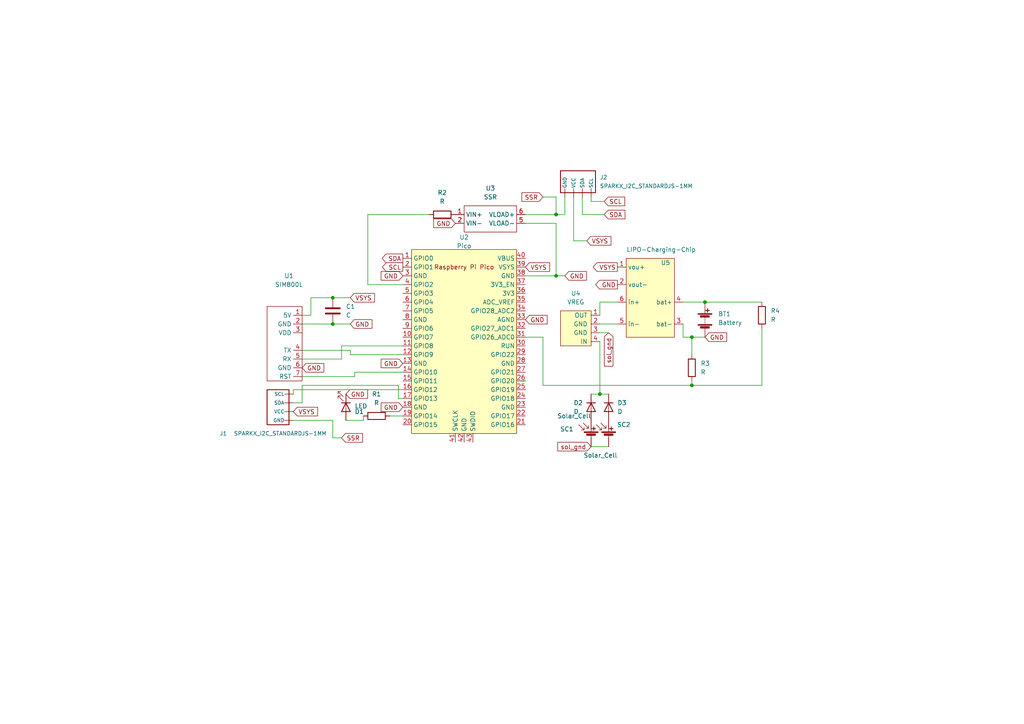
<source format=kicad_sch>
(kicad_sch (version 20211123) (generator eeschema)
  (paper "A4")
  (lib_symbols
    (symbol "Device:Battery" (pin_numbers hide) (pin_names (offset 0) hide)
      (property "Reference" "BT" (at 2.54 2.54 0))
      (property "Value" "Battery" (at 2.54 0 0))
      (symbol "Battery_0_1"
        (rectangle (start -2.032 -1.397) (end 2.032 -1.651) (fill (type outline)))
        (rectangle (start -2.032 1.778) (end 2.032 1.524) (fill (type outline)))
        (rectangle (start -1.3208 -1.9812) (end 1.27 -2.4892) (fill (type outline)))
        (rectangle (start -1.3208 1.1938) (end 1.27 0.6858) (fill (type outline)))
        (polyline (pts (xy 0 -1.524) (xy 0 -1.27)))
        (polyline (pts (xy 0 -1.016) (xy 0 -0.762)))
        (polyline (pts (xy 0 -0.508) (xy 0 -0.254)))
        (polyline (pts (xy 0 0) (xy 0 0.254)))
        (polyline (pts (xy 0 0.508) (xy 0 0.762)))
        (polyline (pts (xy 0 1.778) (xy 0 2.54)))
        (polyline (pts (xy 0.254 2.667) (xy 1.27 2.667)) (stroke (width 0.254)))
        (polyline (pts (xy 0.762 3.175) (xy 0.762 2.159)) (stroke (width 0.254)))
      )
      (symbol "Battery_1_1"
        (pin passive line (at 0 5.08 270) (length 2.54) (name "+") (number "1"))
        (pin passive line (at 0 -5.08 90) (length 2.54) (name "-") (number "2"))
      )
    )
    (symbol "Device:C" (pin_numbers hide) (pin_names (offset 0.254))
      (property "Reference" "C" (at 0.635 2.54 0))
      (property "Value" "C" (at 0.635 -2.54 0))
      (symbol "C_0_1"
        (polyline (pts (xy -2.032 -0.762) (xy 2.032 -0.762)) (stroke (width 0.508)))
        (polyline (pts (xy -2.032 0.762) (xy 2.032 0.762)) (stroke (width 0.508)))
      )
      (symbol "C_1_1"
        (pin passive line (at 0 3.81 270) (length 2.794) (name "~") (number "1"))
        (pin passive line (at 0 -3.81 90) (length 2.794) (name "~") (number "2"))
      )
    )
    (symbol "Device:D" (pin_numbers hide) (pin_names (offset 1.016) hide)
      (property "Reference" "D" (at 0 2.54 0))
      (property "Value" "D" (at 0 -2.54 0))
      (symbol "D_0_1"
        (polyline (pts (xy -1.27 1.27) (xy -1.27 -1.27)) (stroke (width 0.254)))
        (polyline (pts (xy 1.27 0) (xy -1.27 0)))
        (polyline (pts (xy 1.27 1.27) (xy 1.27 -1.27) (xy -1.27 0) (xy 1.27 1.27)) (stroke (width 0.254)))
      )
      (symbol "D_1_1"
        (pin passive line (at -3.81 0 0) (length 2.54) (name "K") (number "1"))
        (pin passive line (at 3.81 0 180) (length 2.54) (name "A") (number "2"))
      )
    )
    (symbol "Device:LED" (pin_numbers hide) (pin_names (offset 1.016) hide)
      (property "Reference" "D" (at 0 2.54 0))
      (property "Value" "LED" (at 0 -2.54 0))
      (symbol "LED_0_1"
        (polyline (pts (xy -1.27 -1.27) (xy -1.27 1.27)) (stroke (width 0.254)))
        (polyline (pts (xy -1.27 0) (xy 1.27 0)))
        (polyline (pts (xy 1.27 -1.27) (xy 1.27 1.27) (xy -1.27 0) (xy 1.27 -1.27)) (stroke (width 0.254)))
        (polyline (pts (xy -3.048 -0.762) (xy -4.572 -2.286) (xy -3.81 -2.286) (xy -4.572 -2.286) (xy -4.572 -1.524)))
        (polyline (pts (xy -1.778 -0.762) (xy -3.302 -2.286) (xy -2.54 -2.286) (xy -3.302 -2.286) (xy -3.302 -1.524)))
      )
      (symbol "LED_1_1"
        (pin passive line (at -3.81 0 0) (length 2.54) (name "K") (number "1"))
        (pin passive line (at 3.81 0 180) (length 2.54) (name "A") (number "2"))
      )
    )
    (symbol "Device:R" (pin_numbers hide) (pin_names (offset 0))
      (property "Reference" "R" (at 2.032 0 90))
      (property "Value" "R" (at 0 0 90))
      (symbol "R_0_1"
        (rectangle (start -1.016 -2.54) (end 1.016 2.54) (stroke (width 0.254)))
      )
      (symbol "R_1_1"
        (pin passive line (at 0 3.81 270) (length 1.27) (name "~") (number "1"))
        (pin passive line (at 0 -3.81 90) (length 1.27) (name "~") (number "2"))
      )
    )
    (symbol "Device:SSR"
      (property "Reference" "U" (at 0 5.08 0))
      (property "Value" "SSR" (at 0 2.54 0))
      (symbol "SSR_0_1"
        (rectangle (start -3.81 0) (end 11.43 -7.62))
        (rectangle (start 1.27 0) (end 1.27 0) (fill (type background)))
        (rectangle (start 2.54 0) (end 2.54 0))
      )
      (symbol "SSR_1_1"
        (pin input line (at -6.35 -2.54 0) (length 2.54) (name "VIN+") (number "1"))
        (pin input line (at -6.35 -5.08 0) (length 2.54) (name "VIN-") (number "2"))
        (pin input line (at 13.97 -5.08 180) (length 2.54) (name "VLOAD-") (number "5"))
        (pin input line (at 13.97 -2.54 180) (length 2.54) (name "VLOAD+") (number "6"))
      )
    )
    (symbol "Device:Solar_Cell" (pin_numbers hide) (pin_names (offset 0) hide)
      (property "Reference" "SC" (at 2.54 2.54 0))
      (property "Value" "Solar_Cell" (at 2.54 0 0))
      (symbol "Solar_Cell_0_1"
        (rectangle (start -2.032 1.778) (end 2.032 1.524) (fill (type outline)))
        (rectangle (start -1.3208 1.1938) (end 1.27 0.6858) (fill (type outline)))
        (polyline (pts (xy -2.032 2.286) (xy -3.556 3.81)))
        (polyline (pts (xy -0.762 2.794) (xy -2.286 4.318)))
        (polyline (pts (xy 0 0.762) (xy 0 0)))
        (polyline (pts (xy 0 1.778) (xy 0 2.54)))
        (polyline (pts (xy 0.254 2.667) (xy 1.27 2.667)) (stroke (width 0.254)))
        (polyline (pts (xy 0.762 3.175) (xy 0.762 2.159)) (stroke (width 0.254)))
        (polyline (pts (xy -2.032 3.048) (xy -2.032 2.286) (xy -2.794 2.286)))
        (polyline (pts (xy -0.762 3.556) (xy -0.762 2.794) (xy -1.524 2.794)))
      )
      (symbol "Solar_Cell_1_1"
        (pin passive line (at 0 5.08 270) (length 2.54) (name "+") (number "1"))
        (pin passive line (at 0 -2.54 90) (length 2.54) (name "-") (number "GND"))
      )
    )
    (symbol "FATCAP:CHRG1"
      (property "Reference" "U" (at 0 3.81 0))
      (property "Value" "CHRG1" (at 0 6.35 0))
      (symbol "CHRG1_0_1"
        (rectangle (start 0 0) (end 22.86 -13.97) (fill (type background)))
      )
      (symbol "CHRG1_1_1"
        (pin input line (at 20.32 2.54 270) (length 2.54) (name "vou+") (number "1"))
        (pin input line (at 15.24 2.54 270) (length 2.54) (name "vout-") (number "2"))
        (pin input line (at 3.81 -16.51 90) (length 2.54) (name "bat-") (number "3"))
        (pin input line (at 10.16 -16.51 90) (length 2.54) (name "bat+") (number "4"))
        (pin input line (at 3.81 2.54 270) (length 2.54) (name "in-") (number "5"))
        (pin input line (at 10.16 2.54 270) (length 2.54) (name "in+") (number "6"))
      )
    )
    (symbol "FATCAP:SIM800L"
      (property "Reference" "U" (at 0 0 0))
      (property "Value" "SIM800L" (at 0 2.54 0))
      (symbol "SIM800L_0_1"
        (rectangle (start -10.16 -1.27) (end 11.43 -11.43))
      )
      (symbol "SIM800L_1_1"
        (pin input line (at 8.89 -11.43 90) (length 2.54) (name "5V") (number "1"))
        (pin input line (at 6.35 -11.43 90) (length 2.54) (name "GND") (number "2"))
        (pin input line (at 3.81 -11.43 90) (length 2.54) (name "VDD") (number "3"))
        (pin input line (at -1.27 -11.43 90) (length 2.54) (name "TX") (number "4"))
        (pin input line (at -3.81 -11.43 90) (length 2.54) (name "RX") (number "5"))
        (pin input line (at -6.35 -11.43 90) (length 2.54) (name "GND") (number "6"))
        (pin input line (at -8.89 -11.43 90) (length 2.54) (name "RST") (number "7"))
      )
    )
    (symbol "FATCAP:VREG" (pin_names (offset 1.016))
      (property "Reference" "U" (at 0 7.62 0))
      (property "Value" "VREG" (at 0 5.08 0))
      (symbol "VREG_0_1"
        (rectangle (start -5.08 -3.81) (end 5.08 -12.7) (fill (type background)))
      )
      (symbol "VREG_1_1"
        (pin input line (at -3.81 -1.27 270) (length 2.54) (name "OUT") (number "1"))
        (pin input line (at -1.27 -1.27 270) (length 2.54) (name "GND") (number "2"))
        (pin input line (at 1.27 -1.27 270) (length 2.54) (name "GND") (number "3"))
        (pin input line (at 3.81 -1.27 270) (length 2.54) (name "IN") (number "4"))
      )
    )
    (symbol "MCU_RaspberryPi_and_Boards:Pico"
      (property "Reference" "U" (at -13.97 27.94 0))
      (property "Value" "Pico" (at 0 19.05 0))
      (symbol "Pico_0_0"
        (text "Raspberry Pi Pico" (at 0 21.59 0) (effects (font (size 1.27 1.27))))
      )
      (symbol "Pico_0_1"
        (rectangle (start -15.24 26.67) (end 15.24 -26.67) (fill (type background)))
      )
      (symbol "Pico_1_1"
        (pin bidirectional line (at -17.78 24.13 0) (length 2.54) (name "GPIO0") (number "1"))
        (pin bidirectional line (at -17.78 1.27 0) (length 2.54) (name "GPIO7") (number "10"))
        (pin bidirectional line (at -17.78 -1.27 0) (length 2.54) (name "GPIO8") (number "11"))
        (pin bidirectional line (at -17.78 -3.81 0) (length 2.54) (name "GPIO9") (number "12"))
        (pin power_in line (at -17.78 -6.35 0) (length 2.54) (name "GND") (number "13"))
        (pin bidirectional line (at -17.78 -8.89 0) (length 2.54) (name "GPIO10") (number "14"))
        (pin bidirectional line (at -17.78 -11.43 0) (length 2.54) (name "GPIO11") (number "15"))
        (pin bidirectional line (at -17.78 -13.97 0) (length 2.54) (name "GPIO12") (number "16"))
        (pin bidirectional line (at -17.78 -16.51 0) (length 2.54) (name "GPIO13") (number "17"))
        (pin power_in line (at -17.78 -19.05 0) (length 2.54) (name "GND") (number "18"))
        (pin bidirectional line (at -17.78 -21.59 0) (length 2.54) (name "GPIO14") (number "19"))
        (pin bidirectional line (at -17.78 21.59 0) (length 2.54) (name "GPIO1") (number "2"))
        (pin bidirectional line (at -17.78 -24.13 0) (length 2.54) (name "GPIO15") (number "20"))
        (pin bidirectional line (at 17.78 -24.13 180) (length 2.54) (name "GPIO16") (number "21"))
        (pin bidirectional line (at 17.78 -21.59 180) (length 2.54) (name "GPIO17") (number "22"))
        (pin power_in line (at 17.78 -19.05 180) (length 2.54) (name "GND") (number "23"))
        (pin bidirectional line (at 17.78 -16.51 180) (length 2.54) (name "GPIO18") (number "24"))
        (pin bidirectional line (at 17.78 -13.97 180) (length 2.54) (name "GPIO19") (number "25"))
        (pin bidirectional line (at 17.78 -11.43 180) (length 2.54) (name "GPIO20") (number "26"))
        (pin bidirectional line (at 17.78 -8.89 180) (length 2.54) (name "GPIO21") (number "27"))
        (pin power_in line (at 17.78 -6.35 180) (length 2.54) (name "GND") (number "28"))
        (pin bidirectional line (at 17.78 -3.81 180) (length 2.54) (name "GPIO22") (number "29"))
        (pin power_in line (at -17.78 19.05 0) (length 2.54) (name "GND") (number "3"))
        (pin input line (at 17.78 -1.27 180) (length 2.54) (name "RUN") (number "30"))
        (pin bidirectional line (at 17.78 1.27 180) (length 2.54) (name "GPIO26_ADC0") (number "31"))
        (pin bidirectional line (at 17.78 3.81 180) (length 2.54) (name "GPIO27_ADC1") (number "32"))
        (pin power_in line (at 17.78 6.35 180) (length 2.54) (name "AGND") (number "33"))
        (pin bidirectional line (at 17.78 8.89 180) (length 2.54) (name "GPIO28_ADC2") (number "34"))
        (pin power_in line (at 17.78 11.43 180) (length 2.54) (name "ADC_VREF") (number "35"))
        (pin power_in line (at 17.78 13.97 180) (length 2.54) (name "3V3") (number "36"))
        (pin input line (at 17.78 16.51 180) (length 2.54) (name "3V3_EN") (number "37"))
        (pin bidirectional line (at 17.78 19.05 180) (length 2.54) (name "GND") (number "38"))
        (pin power_in line (at 17.78 21.59 180) (length 2.54) (name "VSYS") (number "39"))
        (pin bidirectional line (at -17.78 16.51 0) (length 2.54) (name "GPIO2") (number "4"))
        (pin power_in line (at 17.78 24.13 180) (length 2.54) (name "VBUS") (number "40"))
        (pin input line (at -2.54 -29.21 90) (length 2.54) (name "SWCLK") (number "41"))
        (pin power_in line (at 0 -29.21 90) (length 2.54) (name "GND") (number "42"))
        (pin bidirectional line (at 2.54 -29.21 90) (length 2.54) (name "SWDIO") (number "43"))
        (pin bidirectional line (at -17.78 13.97 0) (length 2.54) (name "GPIO3") (number "5"))
        (pin bidirectional line (at -17.78 11.43 0) (length 2.54) (name "GPIO4") (number "6"))
        (pin bidirectional line (at -17.78 8.89 0) (length 2.54) (name "GPIO5") (number "7"))
        (pin power_in line (at -17.78 6.35 0) (length 2.54) (name "GND") (number "8"))
        (pin bidirectional line (at -17.78 3.81 0) (length 2.54) (name "GPIO6") (number "9"))
      )
    )
    (symbol "SparkFun_SchematicComponents:SPARKX_I2C_STANDARDJS-1MM" (pin_numbers hide) (pin_names (offset 0.0254))
      (property "Reference" "J" (at -2.54 5.08 0))
      (property "Value" "SPARKX_I2C_STANDARDJS-1MM" (at -13.97 -6.985 0))
      (symbol "SPARKX_I2C_STANDARDJS-1MM_0_1"
        (rectangle (start -2.54 5.08) (end 3.81 -5.08) (stroke (width 0.254)))
      )
      (symbol "SPARKX_I2C_STANDARDJS-1MM_1_1"
        (pin power_in line (at 5.08 -3.81 180) (length 2.54) (name "GND") (number "1"))
        (pin power_in line (at 5.08 -1.27 180) (length 2.54) (name "VCC") (number "2"))
        (pin passive line (at 5.08 1.27 180) (length 2.54) (name "SDA") (number "3"))
        (pin passive line (at 5.08 3.81 180) (length 2.54) (name "SCL") (number "4"))
      )
    )
  )
  (junction (at 200.66 97.79))
  (junction (at 200.66 111.76))
  (junction (at 96.52 86.36))
  (junction (at 161.29 80.01))
  (junction (at 161.29 62.23))
  (junction (at 204.47 87.63))
  (junction (at 96.52 93.98))
  (junction (at 173.99 114.3))
  (wire (pts (xy 113.03 120.65) (xy 116.84 120.65)))
  (wire (pts (xy 96.52 121.92) (xy 96.52 127)))
  (wire (pts (xy 87.63 101.6) (xy 101.6 101.6)))
  (wire (pts (xy 87.63 93.98) (xy 96.52 93.98)))
  (wire (pts (xy 173.99 114.3) (xy 176.53 114.3)))
  (wire (pts (xy 173.99 99.06) (xy 173.99 114.3)))
  (wire (pts (xy 106.68 62.23) (xy 124.46 62.23)))
  (wire (pts (xy 163.83 62.23) (xy 161.29 62.23)))
  (wire (pts (xy 198.12 87.63) (xy 204.47 87.63)))
  (wire (pts (xy 166.37 57.15) (xy 166.37 69.85)))
  (wire (pts (xy 152.4 80.01) (xy 161.29 80.01)))
  (wire (pts (xy 102.87 109.22) (xy 102.87 107.95)))
  (wire (pts (xy 157.48 97.79) (xy 152.4 97.79)))
  (wire (pts (xy 171.45 114.3) (xy 173.99 114.3)))
  (wire (pts (xy 161.29 62.23) (xy 152.4 62.23)))
  (wire (pts (xy 102.87 107.95) (xy 116.84 107.95)))
  (wire (pts (xy 87.63 116.84) (xy 85.09 116.84)))
  (wire (pts (xy 87.63 109.22) (xy 102.87 109.22)))
  (wire (pts (xy 175.26 58.42) (xy 171.45 58.42)))
  (wire (pts (xy 116.84 115.57) (xy 115.57 115.57)))
  (wire (pts (xy 106.68 62.23) (xy 106.68 82.55)))
  (wire (pts (xy 116.84 100.33) (xy 99.06 100.33)))
  (wire (pts (xy 200.66 97.79) (xy 200.66 102.87)))
  (wire (pts (xy 90.17 86.36) (xy 96.52 86.36)))
  (wire (pts (xy 220.98 111.76) (xy 200.66 111.76)))
  (wire (pts (xy 115.57 111.76) (xy 87.63 111.76)))
  (wire (pts (xy 96.52 127) (xy 99.06 127)))
  (wire (pts (xy 163.83 57.15) (xy 163.83 62.23)))
  (wire (pts (xy 157.48 57.15) (xy 161.29 57.15)))
  (wire (pts (xy 157.48 111.76) (xy 200.66 111.76)))
  (wire (pts (xy 161.29 64.77) (xy 161.29 80.01)))
  (wire (pts (xy 168.91 57.15) (xy 168.91 62.23)))
  (wire (pts (xy 173.99 96.52) (xy 176.53 96.52)))
  (wire (pts (xy 105.41 120.65) (xy 105.41 121.92)))
  (wire (pts (xy 200.66 97.79) (xy 198.12 97.79)))
  (wire (pts (xy 116.84 113.03) (xy 85.09 113.03)))
  (wire (pts (xy 101.6 102.87) (xy 116.84 102.87)))
  (wire (pts (xy 176.53 129.54) (xy 171.45 129.54)))
  (wire (pts (xy 99.06 104.14) (xy 87.63 104.14)))
  (wire (pts (xy 85.09 113.03) (xy 85.09 114.3)))
  (wire (pts (xy 101.6 101.6) (xy 101.6 102.87)))
  (wire (pts (xy 87.63 111.76) (xy 87.63 116.84)))
  (wire (pts (xy 152.4 64.77) (xy 161.29 64.77)))
  (wire (pts (xy 90.17 91.44) (xy 90.17 86.36)))
  (wire (pts (xy 200.66 97.79) (xy 204.47 97.79)))
  (wire (pts (xy 157.48 111.76) (xy 157.48 97.79)))
  (wire (pts (xy 200.66 111.76) (xy 200.66 110.49)))
  (wire (pts (xy 85.09 121.92) (xy 96.52 121.92)))
  (wire (pts (xy 173.99 87.63) (xy 179.07 87.63)))
  (wire (pts (xy 173.99 93.98) (xy 179.07 93.98)))
  (wire (pts (xy 96.52 86.36) (xy 101.6 86.36)))
  (wire (pts (xy 106.68 82.55) (xy 116.84 82.55)))
  (wire (pts (xy 173.99 91.44) (xy 173.99 87.63)))
  (wire (pts (xy 198.12 93.98) (xy 198.12 97.79)))
  (wire (pts (xy 105.41 121.92) (xy 100.33 121.92)))
  (wire (pts (xy 171.45 58.42) (xy 171.45 57.15)))
  (wire (pts (xy 161.29 80.01) (xy 163.83 80.01)))
  (wire (pts (xy 151.13 110.49) (xy 152.4 110.49)))
  (wire (pts (xy 204.47 87.63) (xy 220.98 87.63)))
  (wire (pts (xy 175.26 62.23) (xy 168.91 62.23)))
  (wire (pts (xy 115.57 115.57) (xy 115.57 111.76)))
  (wire (pts (xy 220.98 95.25) (xy 220.98 111.76)))
  (wire (pts (xy 166.37 69.85) (xy 170.18 69.85)))
  (wire (pts (xy 161.29 57.15) (xy 161.29 62.23)))
  (wire (pts (xy 96.52 93.98) (xy 101.6 93.98)))
  (wire (pts (xy 87.63 91.44) (xy 90.17 91.44)))
  (wire (pts (xy 99.06 100.33) (xy 99.06 104.14)))
  (global_label "GND" (shape input) (at 204.47 97.79 0) (property "Intersheet References" "${INTERSHEET_REFS}" (effects hide)))
  (global_label "GND" (shape input) (at 132.08 64.77 180) (property "Intersheet References" "${INTERSHEET_REFS}" (effects hide)))
  (global_label "sol_gnd" (shape input) (at 176.53 96.52 270) (property "Intersheet References" "${INTERSHEET_REFS}" (effects hide)))
  (global_label "GND" (shape input) (at 116.84 105.41 180) (property "Intersheet References" "${INTERSHEET_REFS}" (effects hide)))
  (global_label "VSYS" (shape input) (at 170.18 69.85 0) (property "Intersheet References" "${INTERSHEET_REFS}" (effects hide)))
  (global_label "GND" (shape input) (at 101.6 93.98 0) (property "Intersheet References" "${INTERSHEET_REFS}" (effects hide)))
  (global_label "SSR" (shape input) (at 99.06 127 0) (property "Intersheet References" "${INTERSHEET_REFS}" (effects hide)))
  (global_label "GND" (shape input) (at 87.63 106.68 0) (property "Intersheet References" "${INTERSHEET_REFS}" (effects hide)))
  (global_label "SDA" (shape output) (at 116.84 74.93 180) (property "Intersheet References" "${INTERSHEET_REFS}" (effects hide)))
  (global_label "GND" (shape input) (at 116.84 118.11 180) (property "Intersheet References" "${INTERSHEET_REFS}" (effects hide)))
  (global_label "VSYS" (shape output) (at 179.07 77.47 180) (property "Intersheet References" "${INTERSHEET_REFS}" (effects hide)))
  (global_label "GND" (shape input) (at 152.4 92.71 0) (property "Intersheet References" "${INTERSHEET_REFS}" (effects hide)))
  (global_label "SSR" (shape input) (at 157.48 57.15 180) (property "Intersheet References" "${INTERSHEET_REFS}" (effects hide)))
  (global_label "GND" (shape input) (at 116.84 80.01 180) (property "Intersheet References" "${INTERSHEET_REFS}" (effects hide)))
  (global_label "GND" (shape input) (at 163.83 80.01 0) (property "Intersheet References" "${INTERSHEET_REFS}" (effects hide)))
  (global_label "GND" (shape input) (at 100.33 114.3 0) (property "Intersheet References" "${INTERSHEET_REFS}" (effects hide)))
  (global_label "sol_gnd" (shape input) (at 171.45 129.54 180) (property "Intersheet References" "${INTERSHEET_REFS}" (effects hide)))
  (global_label "VSYS" (shape input) (at 101.6 86.36 0) (property "Intersheet References" "${INTERSHEET_REFS}" (effects hide)))
  (global_label "SCL" (shape output) (at 116.84 77.47 180) (property "Intersheet References" "${INTERSHEET_REFS}" (effects hide)))
  (global_label "VSYS" (shape input) (at 85.09 119.38 0) (property "Intersheet References" "${INTERSHEET_REFS}" (effects hide)))
  (global_label "GND" (shape output) (at 179.07 82.55 180) (property "Intersheet References" "${INTERSHEET_REFS}" (effects hide)))
  (global_label "SDA" (shape input) (at 175.26 62.23 0) (property "Intersheet References" "${INTERSHEET_REFS}" (effects hide)))
  (global_label "VSYS" (shape input) (at 152.4 77.47 0) (property "Intersheet References" "${INTERSHEET_REFS}" (effects hide)))
  (global_label "SCL" (shape input) (at 175.26 58.42 0) (property "Intersheet References" "${INTERSHEET_REFS}" (effects hide)))
  (symbol (lib_id "Device:Solar_Cell") (at 171.45 127 0) (unit 1)
    (property "Reference" "SC1" (at 166.37 124.46 0) (effects (justify right)))
    (property "Value" "Solar_Cell" (at 171.45 120.65 0) (effects (justify right)))
    (property "Footprint" "PCB:2155 Connector" (effects hide))
  )
  (symbol (lib_id "Device:Solar_Cell") (at 176.53 127 0) (unit 1)
    (property "Reference" "SC2" (at 182.88 123.19 0) (effects (justify right)))
    (property "Value" "Solar_Cell" (at 179.07 132.08 0) (effects (justify right)))
    (property "Footprint" "PCB:2155 Connector" (effects hide))
  )
  (symbol (lib_id "Device:R") (at 109.22 120.65 90) (unit 1)
    (property "Reference" "R1" (at 109.22 114.3 90))
    (property "Value" "R" (at 109.22 116.84 90))
    (property "Footprint" "PCB:Resistor" (effects hide))
  )
  (symbol (lib_id "Device:Battery") (at 204.47 92.71 0) (unit 1)
    (property "Reference" "BT1" (at 208.28 91.0589 0) (effects (justify left)))
    (property "Value" "Battery" (at 208.28 93.5989 0) (effects (justify left)))
    (property "Footprint" "PCB:JST-2-M" (effects hide))
  )
  (symbol (lib_id "FATCAP:VREG") (at 175.26 95.25 270) (unit 1)
    (property "Reference" "U4" (at 167.005 85.09 90))
    (property "Value" "VREG" (at 167.005 87.63 90))
    (property "Footprint" "PCB:V-Regulator" (effects hide))
  )
  (symbol (lib_id "MCU_RaspberryPi_and_Boards:Pico") (at 134.62 99.06 0) (unit 1)
    (property "Reference" "U2" (at 134.62 68.8172 0))
    (property "Value" "Pico" (at 134.62 71.3541 0))
    (property "Footprint" "RPi_Pico:RPi_Pico_SMD_TH" (effects hide))
  )
  (symbol (lib_id "Device:SSR") (at 138.43 59.69 0) (unit 1)
    (property "Reference" "U3" (at 142.24 54.61 0))
    (property "Value" "SSR" (at 142.24 57.15 0))
    (property "Footprint" "PCB:AQV252G" (effects hide))
  )
  (symbol (lib_id "Device:D") (at 171.45 118.11 270) (unit 1)
    (property "Reference" "D2" (at 166.37 116.84 90) (effects (justify left)))
    (property "Value" "D" (at 166.37 119.38 90) (effects (justify left)))
    (property "Footprint" "PCB:Resistor" (effects hide))
  )
  (symbol (lib_id "FATCAP:SIM800L") (at 76.2 100.33 90) (unit 1)
    (property "Reference" "U1" (at 83.82 80.01 90))
    (property "Value" "SIM800L" (at 83.82 82.55 90))
    (property "Footprint" "PCB:SIM800" (effects hide))
  )
  (symbol (lib_id "SparkFun_SchematicComponents:SPARKX_I2C_STANDARDJS-1MM") (at 80.01 118.11 0) (unit 1)
    (property "Reference" "J1" (at 64.77 125.73 0) (effects (font (size 1.143 1.143))))
    (property "Value" "SPARKX_I2C_STANDARDJS-1MM" (at 81.28 125.73 0) (effects (font (size 1.143 1.143))))
    (property "Footprint" "PCB:JST-4PIN-M" (effects hide))
  )
  (symbol (lib_id "Device:R") (at 220.98 91.44 0) (unit 1)
    (property "Reference" "R4" (at 223.52 90.1699 0) (effects (justify left)))
    (property "Value" "R" (at 223.52 92.7099 0) (effects (justify left)))
    (property "Footprint" "PCB:Resistor" (effects hide))
  )
  (symbol (lib_id "Device:LED") (at 100.33 118.11 270) (unit 1)
    (property "Reference" "D1" (at 102.87 119.38 90) (effects (justify left)))
    (property "Value" "LED" (at 102.87 117.7924 90) (effects (justify left)))
    (property "Footprint" "PCB:LED" (effects hide))
  )
  (symbol (lib_id "Device:R") (at 200.66 106.68 0) (unit 1)
    (property "Reference" "R3" (at 203.2 105.4099 0) (effects (justify left)))
    (property "Value" "R" (at 203.2 107.9499 0) (effects (justify left)))
    (property "Footprint" "PCB:Resistor" (effects hide))
  )
  (symbol (lib_id "SparkFun_SchematicComponents:SPARKX_I2C_STANDARDJS-1MM") (at 167.64 52.07 270) (unit 1)
    (property "Reference" "J2" (at 173.99 51.435 90) (effects (font (size 1.143 1.143)) (justify left)))
    (property "Value" "SPARKX_I2C_STANDARDJS-1MM" (at 173.99 53.975 90) (effects (font (size 1.143 1.143)) (justify left)))
    (property "Footprint" "PCB:JST-4PIN-M" (effects hide))
  )
  (symbol (lib_id "Device:C") (at 96.52 90.17 180) (unit 1)
    (property "Reference" "C1" (at 100.33 88.8999 0) (effects (justify right)))
    (property "Value" "C" (at 100.33 91.4399 0) (effects (justify right)))
    (property "Footprint" "PCB:CAP" (effects hide))
  )
  (symbol (lib_id "Device:R") (at 128.27 62.23 90) (unit 1)
    (property "Reference" "R2" (at 128.27 55.88 90))
    (property "Value" "R" (at 128.27 58.42 90))
    (property "Footprint" "PCB:Resistor" (effects hide))
  )
  (symbol (lib_id "FATCAP:CHRG1") (at 181.61 97.79 90) (unit 1)
    (property "Reference" "U5" (at 193.04 76.2 90))
    (property "Value" "LIPO-Charging-Chip" (at 191.77 72.39 90))
    (property "Footprint" "PCB:CHRG1" (effects hide))
  )
  (symbol (lib_id "Device:D") (at 176.53 118.11 270) (unit 1)
    (property "Reference" "D3" (at 179.07 116.8399 90) (effects (justify left)))
    (property "Value" "D" (at 179.07 119.3799 90) (effects (justify left)))
    (property "Footprint" "PCB:Resistor" (effects hide))
  )
)
</source>
